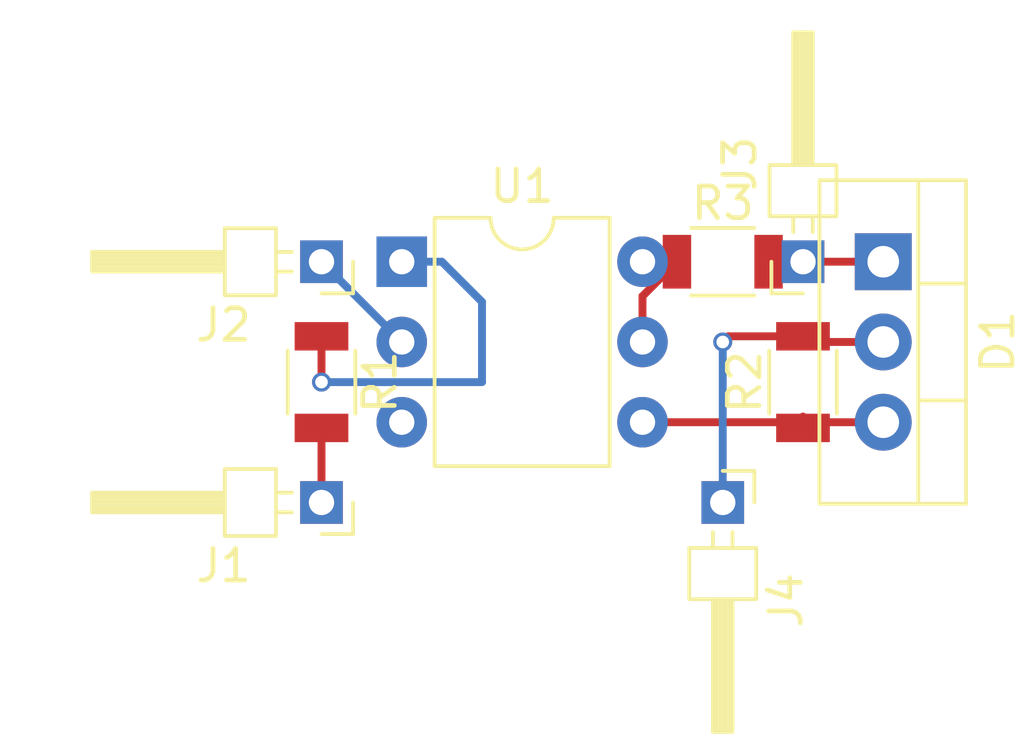
<source format=kicad_pcb>
(kicad_pcb (version 4) (host pcbnew 4.0.7)

  (general
    (links 10)
    (no_connects 1)
    (area 150.424287 115.264999 188.665715 138.735001)
    (thickness 1.6)
    (drawings 8)
    (tracks 24)
    (zones 0)
    (modules 9)
    (nets 10)
  )

  (page A4)
  (layers
    (0 F.Cu signal)
    (31 B.Cu signal)
    (32 B.Adhes user)
    (33 F.Adhes user)
    (34 B.Paste user)
    (35 F.Paste user)
    (36 B.SilkS user)
    (37 F.SilkS user)
    (38 B.Mask user)
    (39 F.Mask user)
    (40 Dwgs.User user)
    (41 Cmts.User user)
    (42 Eco1.User user)
    (43 Eco2.User user)
    (44 Edge.Cuts user)
    (45 Margin user)
    (46 B.CrtYd user)
    (47 F.CrtYd user)
    (48 B.Fab user)
    (49 F.Fab user)
  )

  (setup
    (last_trace_width 0.25)
    (trace_clearance 0.2)
    (zone_clearance 0.508)
    (zone_45_only no)
    (trace_min 0.2)
    (segment_width 0.2)
    (edge_width 0.15)
    (via_size 0.6)
    (via_drill 0.4)
    (via_min_size 0.4)
    (via_min_drill 0.3)
    (uvia_size 0.3)
    (uvia_drill 0.1)
    (uvias_allowed no)
    (uvia_min_size 0.2)
    (uvia_min_drill 0.1)
    (pcb_text_width 0.3)
    (pcb_text_size 1.5 1.5)
    (mod_edge_width 0.15)
    (mod_text_size 1 1)
    (mod_text_width 0.15)
    (pad_size 1.524 1.524)
    (pad_drill 0.762)
    (pad_to_mask_clearance 0.2)
    (aux_axis_origin 0 0)
    (visible_elements 7FFFFFFF)
    (pcbplotparams
      (layerselection 0x00030_80000001)
      (usegerberextensions false)
      (excludeedgelayer true)
      (linewidth 0.100000)
      (plotframeref false)
      (viasonmask false)
      (mode 1)
      (useauxorigin false)
      (hpglpennumber 1)
      (hpglpenspeed 20)
      (hpglpendiameter 15)
      (hpglpenoverlay 2)
      (psnegative false)
      (psa4output false)
      (plotreference true)
      (plotvalue true)
      (plotinvisibletext false)
      (padsonsilk false)
      (subtractmaskfromsilk false)
      (outputformat 1)
      (mirror false)
      (drillshape 1)
      (scaleselection 1)
      (outputdirectory ""))
  )

  (net 0 "")
  (net 1 LINE)
  (net 2 "Net-(D1-Pad3)")
  (net 3 "Net-(R1-Pad1)")
  (net 4 "Net-(R3-Pad1)")
  (net 5 "Net-(U1-Pad5)")
  (net 6 "Net-(U1-Pad3)")
  (net 7 "Net-(J1-Pad1)")
  (net 8 "Net-(J2-Pad1)")
  (net 9 "Net-(D1-Pad1)")

  (net_class Default "This is the default net class."
    (clearance 0.2)
    (trace_width 0.25)
    (via_dia 0.6)
    (via_drill 0.4)
    (uvia_dia 0.3)
    (uvia_drill 0.1)
    (add_net LINE)
    (add_net "Net-(D1-Pad1)")
    (add_net "Net-(D1-Pad3)")
    (add_net "Net-(J1-Pad1)")
    (add_net "Net-(J2-Pad1)")
    (add_net "Net-(R1-Pad1)")
    (add_net "Net-(R3-Pad1)")
    (add_net "Net-(U1-Pad3)")
    (add_net "Net-(U1-Pad5)")
  )

  (module Pin_Headers:Pin_Header_Angled_1x01_Pitch2.00mm (layer F.Cu) (tedit 59650533) (tstamp 5A986640)
    (at 173.99 130.81 270)
    (descr "Through hole angled pin header, 1x01, 2.00mm pitch, 4.2mm pin length, single row")
    (tags "Through hole angled pin header THT 1x01 2.00mm single row")
    (path /5A9868D3)
    (fp_text reference J4 (at 3.1 -2 270) (layer F.SilkS)
      (effects (font (size 1 1) (thickness 0.15)))
    )
    (fp_text value Conn_01x01 (at 3.1 2 270) (layer F.Fab)
      (effects (font (size 1 1) (thickness 0.15)))
    )
    (fp_line (start 1.875 -1) (end 3 -1) (layer F.Fab) (width 0.1))
    (fp_line (start 3 -1) (end 3 1) (layer F.Fab) (width 0.1))
    (fp_line (start 3 1) (end 1.5 1) (layer F.Fab) (width 0.1))
    (fp_line (start 1.5 1) (end 1.5 -0.625) (layer F.Fab) (width 0.1))
    (fp_line (start 1.5 -0.625) (end 1.875 -1) (layer F.Fab) (width 0.1))
    (fp_line (start -0.25 -0.25) (end 1.5 -0.25) (layer F.Fab) (width 0.1))
    (fp_line (start -0.25 -0.25) (end -0.25 0.25) (layer F.Fab) (width 0.1))
    (fp_line (start -0.25 0.25) (end 1.5 0.25) (layer F.Fab) (width 0.1))
    (fp_line (start 3 -0.25) (end 7.2 -0.25) (layer F.Fab) (width 0.1))
    (fp_line (start 7.2 -0.25) (end 7.2 0.25) (layer F.Fab) (width 0.1))
    (fp_line (start 3 0.25) (end 7.2 0.25) (layer F.Fab) (width 0.1))
    (fp_line (start 1.44 -1.06) (end 1.44 1.06) (layer F.SilkS) (width 0.12))
    (fp_line (start 1.44 1.06) (end 3.06 1.06) (layer F.SilkS) (width 0.12))
    (fp_line (start 3.06 1.06) (end 3.06 -1.06) (layer F.SilkS) (width 0.12))
    (fp_line (start 3.06 -1.06) (end 1.44 -1.06) (layer F.SilkS) (width 0.12))
    (fp_line (start 3.06 -0.31) (end 7.26 -0.31) (layer F.SilkS) (width 0.12))
    (fp_line (start 7.26 -0.31) (end 7.26 0.31) (layer F.SilkS) (width 0.12))
    (fp_line (start 7.26 0.31) (end 3.06 0.31) (layer F.SilkS) (width 0.12))
    (fp_line (start 3.06 -0.25) (end 7.26 -0.25) (layer F.SilkS) (width 0.12))
    (fp_line (start 3.06 -0.13) (end 7.26 -0.13) (layer F.SilkS) (width 0.12))
    (fp_line (start 3.06 -0.01) (end 7.26 -0.01) (layer F.SilkS) (width 0.12))
    (fp_line (start 3.06 0.11) (end 7.26 0.11) (layer F.SilkS) (width 0.12))
    (fp_line (start 3.06 0.23) (end 7.26 0.23) (layer F.SilkS) (width 0.12))
    (fp_line (start 0.935 -0.31) (end 1.44 -0.31) (layer F.SilkS) (width 0.12))
    (fp_line (start 0.935 0.31) (end 1.44 0.31) (layer F.SilkS) (width 0.12))
    (fp_line (start -1 0) (end -1 -1) (layer F.SilkS) (width 0.12))
    (fp_line (start -1 -1) (end 0 -1) (layer F.SilkS) (width 0.12))
    (fp_line (start -1.5 -1.5) (end -1.5 1.5) (layer F.CrtYd) (width 0.05))
    (fp_line (start -1.5 1.5) (end 7.7 1.5) (layer F.CrtYd) (width 0.05))
    (fp_line (start 7.7 1.5) (end 7.7 -1.5) (layer F.CrtYd) (width 0.05))
    (fp_line (start 7.7 -1.5) (end -1.5 -1.5) (layer F.CrtYd) (width 0.05))
    (fp_text user %R (at 2.25 0 360) (layer F.Fab)
      (effects (font (size 0.9 0.9) (thickness 0.135)))
    )
    (pad 1 thru_hole rect (at 0 0 270) (size 1.35 1.35) (drill 0.8) (layers *.Cu *.Mask)
      (net 1 LINE))
    (model ${KISYS3DMOD}/Pin_Headers.3dshapes/Pin_Header_Angled_1x01_Pitch2.00mm.wrl
      (at (xyz 0 0 0))
      (scale (xyz 1 1 1))
      (rotate (xyz 0 0 0))
    )
  )

  (module Housings_DIP:DIP-6_W7.62mm (layer F.Cu) (tedit 58CC8E33) (tstamp 5A99AD37)
    (at 163.83 123.19)
    (descr "6-lead dip package, row spacing 7.62 mm (300 mils)")
    (tags "DIL DIP PDIP 2.54mm 7.62mm 300mil")
    (path /5A984D38)
    (fp_text reference U1 (at 3.81 -2.39) (layer F.SilkS)
      (effects (font (size 1 1) (thickness 0.15)))
    )
    (fp_text value MOC3063M (at 3.81 7.47) (layer F.Fab)
      (effects (font (size 1 1) (thickness 0.15)))
    )
    (fp_text user %R (at 3.81 2.54) (layer F.Fab)
      (effects (font (size 1 1) (thickness 0.15)))
    )
    (fp_line (start 1.635 -1.27) (end 6.985 -1.27) (layer F.Fab) (width 0.1))
    (fp_line (start 6.985 -1.27) (end 6.985 6.35) (layer F.Fab) (width 0.1))
    (fp_line (start 6.985 6.35) (end 0.635 6.35) (layer F.Fab) (width 0.1))
    (fp_line (start 0.635 6.35) (end 0.635 -0.27) (layer F.Fab) (width 0.1))
    (fp_line (start 0.635 -0.27) (end 1.635 -1.27) (layer F.Fab) (width 0.1))
    (fp_line (start 2.81 -1.39) (end 1.04 -1.39) (layer F.SilkS) (width 0.12))
    (fp_line (start 1.04 -1.39) (end 1.04 6.47) (layer F.SilkS) (width 0.12))
    (fp_line (start 1.04 6.47) (end 6.58 6.47) (layer F.SilkS) (width 0.12))
    (fp_line (start 6.58 6.47) (end 6.58 -1.39) (layer F.SilkS) (width 0.12))
    (fp_line (start 6.58 -1.39) (end 4.81 -1.39) (layer F.SilkS) (width 0.12))
    (fp_line (start -1.1 -1.6) (end -1.1 6.6) (layer F.CrtYd) (width 0.05))
    (fp_line (start -1.1 6.6) (end 8.7 6.6) (layer F.CrtYd) (width 0.05))
    (fp_line (start 8.7 6.6) (end 8.7 -1.6) (layer F.CrtYd) (width 0.05))
    (fp_line (start 8.7 -1.6) (end -1.1 -1.6) (layer F.CrtYd) (width 0.05))
    (fp_arc (start 3.81 -1.39) (end 2.81 -1.39) (angle -180) (layer F.SilkS) (width 0.12))
    (pad 1 thru_hole rect (at 0 0) (size 1.6 1.6) (drill 0.8) (layers *.Cu *.Mask)
      (net 3 "Net-(R1-Pad1)"))
    (pad 4 thru_hole oval (at 7.62 5.08) (size 1.6 1.6) (drill 0.8) (layers *.Cu *.Mask)
      (net 2 "Net-(D1-Pad3)"))
    (pad 2 thru_hole oval (at 0 2.54) (size 1.6 1.6) (drill 0.8) (layers *.Cu *.Mask)
      (net 8 "Net-(J2-Pad1)"))
    (pad 5 thru_hole oval (at 7.62 2.54) (size 1.6 1.6) (drill 0.8) (layers *.Cu *.Mask)
      (net 5 "Net-(U1-Pad5)"))
    (pad 3 thru_hole oval (at 0 5.08) (size 1.6 1.6) (drill 0.8) (layers *.Cu *.Mask)
      (net 6 "Net-(U1-Pad3)"))
    (pad 6 thru_hole oval (at 7.62 0) (size 1.6 1.6) (drill 0.8) (layers *.Cu *.Mask)
      (net 4 "Net-(R3-Pad1)"))
    (model ${KISYS3DMOD}/Housings_DIP.3dshapes/DIP-6_W7.62mm.wrl
      (at (xyz 0 0 0))
      (scale (xyz 1 1 1))
      (rotate (xyz 0 0 0))
    )
  )

  (module Resistors_SMD:R_1206 (layer F.Cu) (tedit 5A99AD6C) (tstamp 5A9852A3)
    (at 161.29 127 270)
    (descr "Resistor SMD 1206, reflow soldering, Vishay (see dcrcw.pdf)")
    (tags "resistor 1206")
    (path /5A984F57)
    (attr smd)
    (fp_text reference R1 (at 0 -1.85 270) (layer F.SilkS)
      (effects (font (size 1 1) (thickness 0.15)))
    )
    (fp_text value R (at 0 1.95 270) (layer F.Fab)
      (effects (font (size 1 1) (thickness 0.15)))
    )
    (fp_text user %R (at 0 0 270) (layer F.Fab)
      (effects (font (size 0.7 0.7) (thickness 0.105)))
    )
    (fp_line (start -1.6 0.8) (end -1.6 -0.8) (layer F.Fab) (width 0.1))
    (fp_line (start 1.6 0.8) (end -1.6 0.8) (layer F.Fab) (width 0.1))
    (fp_line (start 1.6 -0.8) (end 1.6 0.8) (layer F.Fab) (width 0.1))
    (fp_line (start -1.6 -0.8) (end 1.6 -0.8) (layer F.Fab) (width 0.1))
    (fp_line (start 1 1.07) (end -1 1.07) (layer F.SilkS) (width 0.12))
    (fp_line (start -1 -1.07) (end 1 -1.07) (layer F.SilkS) (width 0.12))
    (fp_line (start -2.15 -1.11) (end 2.15 -1.11) (layer F.CrtYd) (width 0.05))
    (fp_line (start -2.15 -1.11) (end -2.15 1.1) (layer F.CrtYd) (width 0.05))
    (fp_line (start 2.15 1.1) (end 2.15 -1.11) (layer F.CrtYd) (width 0.05))
    (fp_line (start 2.15 1.1) (end -2.15 1.1) (layer F.CrtYd) (width 0.05))
    (pad 1 smd rect (at -1.45 0 270) (size 0.9 1.7) (layers F.Cu F.Paste F.Mask)
      (net 3 "Net-(R1-Pad1)"))
    (pad 2 smd rect (at 1.45 0 270) (size 0.9 1.7) (layers F.Cu F.Paste F.Mask)
      (net 7 "Net-(J1-Pad1)"))
    (model ${KISYS3DMOD}/Resistors_SMD.3dshapes/R_1206.wrl
      (at (xyz 0 0 0))
      (scale (xyz 1 1 1))
      (rotate (xyz 0 0 0))
    )
  )

  (module Resistors_SMD:R_1206 (layer F.Cu) (tedit 58E0A804) (tstamp 5A9852A9)
    (at 176.53 127 90)
    (descr "Resistor SMD 1206, reflow soldering, Vishay (see dcrcw.pdf)")
    (tags "resistor 1206")
    (path /5A984E43)
    (attr smd)
    (fp_text reference R2 (at 0 -1.85 90) (layer F.SilkS)
      (effects (font (size 1 1) (thickness 0.15)))
    )
    (fp_text value 4k7 (at 0 1.95 90) (layer F.Fab)
      (effects (font (size 1 1) (thickness 0.15)))
    )
    (fp_text user %R (at 0 0 90) (layer F.Fab)
      (effects (font (size 0.7 0.7) (thickness 0.105)))
    )
    (fp_line (start -1.6 0.8) (end -1.6 -0.8) (layer F.Fab) (width 0.1))
    (fp_line (start 1.6 0.8) (end -1.6 0.8) (layer F.Fab) (width 0.1))
    (fp_line (start 1.6 -0.8) (end 1.6 0.8) (layer F.Fab) (width 0.1))
    (fp_line (start -1.6 -0.8) (end 1.6 -0.8) (layer F.Fab) (width 0.1))
    (fp_line (start 1 1.07) (end -1 1.07) (layer F.SilkS) (width 0.12))
    (fp_line (start -1 -1.07) (end 1 -1.07) (layer F.SilkS) (width 0.12))
    (fp_line (start -2.15 -1.11) (end 2.15 -1.11) (layer F.CrtYd) (width 0.05))
    (fp_line (start -2.15 -1.11) (end -2.15 1.1) (layer F.CrtYd) (width 0.05))
    (fp_line (start 2.15 1.1) (end 2.15 -1.11) (layer F.CrtYd) (width 0.05))
    (fp_line (start 2.15 1.1) (end -2.15 1.1) (layer F.CrtYd) (width 0.05))
    (pad 1 smd rect (at -1.45 0 90) (size 0.9 1.7) (layers F.Cu F.Paste F.Mask)
      (net 2 "Net-(D1-Pad3)"))
    (pad 2 smd rect (at 1.45 0 90) (size 0.9 1.7) (layers F.Cu F.Paste F.Mask)
      (net 1 LINE))
    (model ${KISYS3DMOD}/Resistors_SMD.3dshapes/R_1206.wrl
      (at (xyz 0 0 0))
      (scale (xyz 1 1 1))
      (rotate (xyz 0 0 0))
    )
  )

  (module Resistors_SMD:R_1206 (layer F.Cu) (tedit 58E0A804) (tstamp 5A9852AF)
    (at 173.99 123.19)
    (descr "Resistor SMD 1206, reflow soldering, Vishay (see dcrcw.pdf)")
    (tags "resistor 1206")
    (path /5A984EE6)
    (attr smd)
    (fp_text reference R3 (at 0 -1.85) (layer F.SilkS)
      (effects (font (size 1 1) (thickness 0.15)))
    )
    (fp_text value 470R (at 0 1.95) (layer F.Fab)
      (effects (font (size 1 1) (thickness 0.15)))
    )
    (fp_text user %R (at 0 0) (layer F.Fab)
      (effects (font (size 0.7 0.7) (thickness 0.105)))
    )
    (fp_line (start -1.6 0.8) (end -1.6 -0.8) (layer F.Fab) (width 0.1))
    (fp_line (start 1.6 0.8) (end -1.6 0.8) (layer F.Fab) (width 0.1))
    (fp_line (start 1.6 -0.8) (end 1.6 0.8) (layer F.Fab) (width 0.1))
    (fp_line (start -1.6 -0.8) (end 1.6 -0.8) (layer F.Fab) (width 0.1))
    (fp_line (start 1 1.07) (end -1 1.07) (layer F.SilkS) (width 0.12))
    (fp_line (start -1 -1.07) (end 1 -1.07) (layer F.SilkS) (width 0.12))
    (fp_line (start -2.15 -1.11) (end 2.15 -1.11) (layer F.CrtYd) (width 0.05))
    (fp_line (start -2.15 -1.11) (end -2.15 1.1) (layer F.CrtYd) (width 0.05))
    (fp_line (start 2.15 1.1) (end 2.15 -1.11) (layer F.CrtYd) (width 0.05))
    (fp_line (start 2.15 1.1) (end -2.15 1.1) (layer F.CrtYd) (width 0.05))
    (pad 1 smd rect (at -1.45 0) (size 0.9 1.7) (layers F.Cu F.Paste F.Mask)
      (net 4 "Net-(R3-Pad1)"))
    (pad 2 smd rect (at 1.45 0) (size 0.9 1.7) (layers F.Cu F.Paste F.Mask)
      (net 9 "Net-(D1-Pad1)"))
    (model ${KISYS3DMOD}/Resistors_SMD.3dshapes/R_1206.wrl
      (at (xyz 0 0 0))
      (scale (xyz 1 1 1))
      (rotate (xyz 0 0 0))
    )
  )

  (module Pin_Headers:Pin_Header_Angled_1x01_Pitch2.00mm (layer F.Cu) (tedit 59650533) (tstamp 5A986631)
    (at 161.29 130.81 180)
    (descr "Through hole angled pin header, 1x01, 2.00mm pitch, 4.2mm pin length, single row")
    (tags "Through hole angled pin header THT 1x01 2.00mm single row")
    (path /5A986677)
    (fp_text reference J1 (at 3.1 -2 180) (layer F.SilkS)
      (effects (font (size 1 1) (thickness 0.15)))
    )
    (fp_text value Conn_01x01 (at 3.1 2 180) (layer F.Fab)
      (effects (font (size 1 1) (thickness 0.15)))
    )
    (fp_line (start 1.875 -1) (end 3 -1) (layer F.Fab) (width 0.1))
    (fp_line (start 3 -1) (end 3 1) (layer F.Fab) (width 0.1))
    (fp_line (start 3 1) (end 1.5 1) (layer F.Fab) (width 0.1))
    (fp_line (start 1.5 1) (end 1.5 -0.625) (layer F.Fab) (width 0.1))
    (fp_line (start 1.5 -0.625) (end 1.875 -1) (layer F.Fab) (width 0.1))
    (fp_line (start -0.25 -0.25) (end 1.5 -0.25) (layer F.Fab) (width 0.1))
    (fp_line (start -0.25 -0.25) (end -0.25 0.25) (layer F.Fab) (width 0.1))
    (fp_line (start -0.25 0.25) (end 1.5 0.25) (layer F.Fab) (width 0.1))
    (fp_line (start 3 -0.25) (end 7.2 -0.25) (layer F.Fab) (width 0.1))
    (fp_line (start 7.2 -0.25) (end 7.2 0.25) (layer F.Fab) (width 0.1))
    (fp_line (start 3 0.25) (end 7.2 0.25) (layer F.Fab) (width 0.1))
    (fp_line (start 1.44 -1.06) (end 1.44 1.06) (layer F.SilkS) (width 0.12))
    (fp_line (start 1.44 1.06) (end 3.06 1.06) (layer F.SilkS) (width 0.12))
    (fp_line (start 3.06 1.06) (end 3.06 -1.06) (layer F.SilkS) (width 0.12))
    (fp_line (start 3.06 -1.06) (end 1.44 -1.06) (layer F.SilkS) (width 0.12))
    (fp_line (start 3.06 -0.31) (end 7.26 -0.31) (layer F.SilkS) (width 0.12))
    (fp_line (start 7.26 -0.31) (end 7.26 0.31) (layer F.SilkS) (width 0.12))
    (fp_line (start 7.26 0.31) (end 3.06 0.31) (layer F.SilkS) (width 0.12))
    (fp_line (start 3.06 -0.25) (end 7.26 -0.25) (layer F.SilkS) (width 0.12))
    (fp_line (start 3.06 -0.13) (end 7.26 -0.13) (layer F.SilkS) (width 0.12))
    (fp_line (start 3.06 -0.01) (end 7.26 -0.01) (layer F.SilkS) (width 0.12))
    (fp_line (start 3.06 0.11) (end 7.26 0.11) (layer F.SilkS) (width 0.12))
    (fp_line (start 3.06 0.23) (end 7.26 0.23) (layer F.SilkS) (width 0.12))
    (fp_line (start 0.935 -0.31) (end 1.44 -0.31) (layer F.SilkS) (width 0.12))
    (fp_line (start 0.935 0.31) (end 1.44 0.31) (layer F.SilkS) (width 0.12))
    (fp_line (start -1 0) (end -1 -1) (layer F.SilkS) (width 0.12))
    (fp_line (start -1 -1) (end 0 -1) (layer F.SilkS) (width 0.12))
    (fp_line (start -1.5 -1.5) (end -1.5 1.5) (layer F.CrtYd) (width 0.05))
    (fp_line (start -1.5 1.5) (end 7.7 1.5) (layer F.CrtYd) (width 0.05))
    (fp_line (start 7.7 1.5) (end 7.7 -1.5) (layer F.CrtYd) (width 0.05))
    (fp_line (start 7.7 -1.5) (end -1.5 -1.5) (layer F.CrtYd) (width 0.05))
    (fp_text user %R (at 2.25 0 270) (layer F.Fab)
      (effects (font (size 0.9 0.9) (thickness 0.135)))
    )
    (pad 1 thru_hole rect (at 0 0 180) (size 1.35 1.35) (drill 0.8) (layers *.Cu *.Mask)
      (net 7 "Net-(J1-Pad1)"))
    (model ${KISYS3DMOD}/Pin_Headers.3dshapes/Pin_Header_Angled_1x01_Pitch2.00mm.wrl
      (at (xyz 0 0 0))
      (scale (xyz 1 1 1))
      (rotate (xyz 0 0 0))
    )
  )

  (module Pin_Headers:Pin_Header_Angled_1x01_Pitch2.00mm (layer F.Cu) (tedit 59650533) (tstamp 5A986636)
    (at 161.29 123.19 180)
    (descr "Through hole angled pin header, 1x01, 2.00mm pitch, 4.2mm pin length, single row")
    (tags "Through hole angled pin header THT 1x01 2.00mm single row")
    (path /5A986724)
    (fp_text reference J2 (at 3.1 -2 180) (layer F.SilkS)
      (effects (font (size 1 1) (thickness 0.15)))
    )
    (fp_text value Conn_01x01 (at 3.1 2 180) (layer F.Fab)
      (effects (font (size 1 1) (thickness 0.15)))
    )
    (fp_line (start 1.875 -1) (end 3 -1) (layer F.Fab) (width 0.1))
    (fp_line (start 3 -1) (end 3 1) (layer F.Fab) (width 0.1))
    (fp_line (start 3 1) (end 1.5 1) (layer F.Fab) (width 0.1))
    (fp_line (start 1.5 1) (end 1.5 -0.625) (layer F.Fab) (width 0.1))
    (fp_line (start 1.5 -0.625) (end 1.875 -1) (layer F.Fab) (width 0.1))
    (fp_line (start -0.25 -0.25) (end 1.5 -0.25) (layer F.Fab) (width 0.1))
    (fp_line (start -0.25 -0.25) (end -0.25 0.25) (layer F.Fab) (width 0.1))
    (fp_line (start -0.25 0.25) (end 1.5 0.25) (layer F.Fab) (width 0.1))
    (fp_line (start 3 -0.25) (end 7.2 -0.25) (layer F.Fab) (width 0.1))
    (fp_line (start 7.2 -0.25) (end 7.2 0.25) (layer F.Fab) (width 0.1))
    (fp_line (start 3 0.25) (end 7.2 0.25) (layer F.Fab) (width 0.1))
    (fp_line (start 1.44 -1.06) (end 1.44 1.06) (layer F.SilkS) (width 0.12))
    (fp_line (start 1.44 1.06) (end 3.06 1.06) (layer F.SilkS) (width 0.12))
    (fp_line (start 3.06 1.06) (end 3.06 -1.06) (layer F.SilkS) (width 0.12))
    (fp_line (start 3.06 -1.06) (end 1.44 -1.06) (layer F.SilkS) (width 0.12))
    (fp_line (start 3.06 -0.31) (end 7.26 -0.31) (layer F.SilkS) (width 0.12))
    (fp_line (start 7.26 -0.31) (end 7.26 0.31) (layer F.SilkS) (width 0.12))
    (fp_line (start 7.26 0.31) (end 3.06 0.31) (layer F.SilkS) (width 0.12))
    (fp_line (start 3.06 -0.25) (end 7.26 -0.25) (layer F.SilkS) (width 0.12))
    (fp_line (start 3.06 -0.13) (end 7.26 -0.13) (layer F.SilkS) (width 0.12))
    (fp_line (start 3.06 -0.01) (end 7.26 -0.01) (layer F.SilkS) (width 0.12))
    (fp_line (start 3.06 0.11) (end 7.26 0.11) (layer F.SilkS) (width 0.12))
    (fp_line (start 3.06 0.23) (end 7.26 0.23) (layer F.SilkS) (width 0.12))
    (fp_line (start 0.935 -0.31) (end 1.44 -0.31) (layer F.SilkS) (width 0.12))
    (fp_line (start 0.935 0.31) (end 1.44 0.31) (layer F.SilkS) (width 0.12))
    (fp_line (start -1 0) (end -1 -1) (layer F.SilkS) (width 0.12))
    (fp_line (start -1 -1) (end 0 -1) (layer F.SilkS) (width 0.12))
    (fp_line (start -1.5 -1.5) (end -1.5 1.5) (layer F.CrtYd) (width 0.05))
    (fp_line (start -1.5 1.5) (end 7.7 1.5) (layer F.CrtYd) (width 0.05))
    (fp_line (start 7.7 1.5) (end 7.7 -1.5) (layer F.CrtYd) (width 0.05))
    (fp_line (start 7.7 -1.5) (end -1.5 -1.5) (layer F.CrtYd) (width 0.05))
    (fp_text user %R (at 2.25 0 270) (layer F.Fab)
      (effects (font (size 0.9 0.9) (thickness 0.135)))
    )
    (pad 1 thru_hole rect (at 0 0 180) (size 1.35 1.35) (drill 0.8) (layers *.Cu *.Mask)
      (net 8 "Net-(J2-Pad1)"))
    (model ${KISYS3DMOD}/Pin_Headers.3dshapes/Pin_Header_Angled_1x01_Pitch2.00mm.wrl
      (at (xyz 0 0 0))
      (scale (xyz 1 1 1))
      (rotate (xyz 0 0 0))
    )
  )

  (module Pin_Headers:Pin_Header_Angled_1x01_Pitch2.00mm (layer F.Cu) (tedit 59650533) (tstamp 5A98663B)
    (at 176.53 123.19 90)
    (descr "Through hole angled pin header, 1x01, 2.00mm pitch, 4.2mm pin length, single row")
    (tags "Through hole angled pin header THT 1x01 2.00mm single row")
    (path /5A9867CE)
    (fp_text reference J3 (at 3.1 -2 90) (layer F.SilkS)
      (effects (font (size 1 1) (thickness 0.15)))
    )
    (fp_text value Conn_01x01 (at 3.1 2 90) (layer F.Fab)
      (effects (font (size 1 1) (thickness 0.15)))
    )
    (fp_line (start 1.875 -1) (end 3 -1) (layer F.Fab) (width 0.1))
    (fp_line (start 3 -1) (end 3 1) (layer F.Fab) (width 0.1))
    (fp_line (start 3 1) (end 1.5 1) (layer F.Fab) (width 0.1))
    (fp_line (start 1.5 1) (end 1.5 -0.625) (layer F.Fab) (width 0.1))
    (fp_line (start 1.5 -0.625) (end 1.875 -1) (layer F.Fab) (width 0.1))
    (fp_line (start -0.25 -0.25) (end 1.5 -0.25) (layer F.Fab) (width 0.1))
    (fp_line (start -0.25 -0.25) (end -0.25 0.25) (layer F.Fab) (width 0.1))
    (fp_line (start -0.25 0.25) (end 1.5 0.25) (layer F.Fab) (width 0.1))
    (fp_line (start 3 -0.25) (end 7.2 -0.25) (layer F.Fab) (width 0.1))
    (fp_line (start 7.2 -0.25) (end 7.2 0.25) (layer F.Fab) (width 0.1))
    (fp_line (start 3 0.25) (end 7.2 0.25) (layer F.Fab) (width 0.1))
    (fp_line (start 1.44 -1.06) (end 1.44 1.06) (layer F.SilkS) (width 0.12))
    (fp_line (start 1.44 1.06) (end 3.06 1.06) (layer F.SilkS) (width 0.12))
    (fp_line (start 3.06 1.06) (end 3.06 -1.06) (layer F.SilkS) (width 0.12))
    (fp_line (start 3.06 -1.06) (end 1.44 -1.06) (layer F.SilkS) (width 0.12))
    (fp_line (start 3.06 -0.31) (end 7.26 -0.31) (layer F.SilkS) (width 0.12))
    (fp_line (start 7.26 -0.31) (end 7.26 0.31) (layer F.SilkS) (width 0.12))
    (fp_line (start 7.26 0.31) (end 3.06 0.31) (layer F.SilkS) (width 0.12))
    (fp_line (start 3.06 -0.25) (end 7.26 -0.25) (layer F.SilkS) (width 0.12))
    (fp_line (start 3.06 -0.13) (end 7.26 -0.13) (layer F.SilkS) (width 0.12))
    (fp_line (start 3.06 -0.01) (end 7.26 -0.01) (layer F.SilkS) (width 0.12))
    (fp_line (start 3.06 0.11) (end 7.26 0.11) (layer F.SilkS) (width 0.12))
    (fp_line (start 3.06 0.23) (end 7.26 0.23) (layer F.SilkS) (width 0.12))
    (fp_line (start 0.935 -0.31) (end 1.44 -0.31) (layer F.SilkS) (width 0.12))
    (fp_line (start 0.935 0.31) (end 1.44 0.31) (layer F.SilkS) (width 0.12))
    (fp_line (start -1 0) (end -1 -1) (layer F.SilkS) (width 0.12))
    (fp_line (start -1 -1) (end 0 -1) (layer F.SilkS) (width 0.12))
    (fp_line (start -1.5 -1.5) (end -1.5 1.5) (layer F.CrtYd) (width 0.05))
    (fp_line (start -1.5 1.5) (end 7.7 1.5) (layer F.CrtYd) (width 0.05))
    (fp_line (start 7.7 1.5) (end 7.7 -1.5) (layer F.CrtYd) (width 0.05))
    (fp_line (start 7.7 -1.5) (end -1.5 -1.5) (layer F.CrtYd) (width 0.05))
    (fp_text user %R (at 2.25 0 180) (layer F.Fab)
      (effects (font (size 0.9 0.9) (thickness 0.135)))
    )
    (pad 1 thru_hole rect (at 0 0 90) (size 1.35 1.35) (drill 0.8) (layers *.Cu *.Mask)
      (net 9 "Net-(D1-Pad1)"))
    (model ${KISYS3DMOD}/Pin_Headers.3dshapes/Pin_Header_Angled_1x01_Pitch2.00mm.wrl
      (at (xyz 0 0 0))
      (scale (xyz 1 1 1))
      (rotate (xyz 0 0 0))
    )
  )

  (module TO_SOT_Packages_THT:TO-220_Vertical (layer F.Cu) (tedit 58CE52AD) (tstamp 5A99B649)
    (at 179.07 123.19 270)
    (descr "TO-220, Vertical, RM 2.54mm")
    (tags "TO-220 Vertical RM 2.54mm")
    (path /5A984CC9)
    (fp_text reference D1 (at 2.54 -3.62 270) (layer F.SilkS)
      (effects (font (size 1 1) (thickness 0.15)))
    )
    (fp_text value Q_TRIAC_AAG (at 2.54 3.92 270) (layer F.Fab)
      (effects (font (size 1 1) (thickness 0.15)))
    )
    (fp_text user %R (at 2.54 -3.62 270) (layer F.Fab)
      (effects (font (size 1 1) (thickness 0.15)))
    )
    (fp_line (start -2.46 -2.5) (end -2.46 1.9) (layer F.Fab) (width 0.1))
    (fp_line (start -2.46 1.9) (end 7.54 1.9) (layer F.Fab) (width 0.1))
    (fp_line (start 7.54 1.9) (end 7.54 -2.5) (layer F.Fab) (width 0.1))
    (fp_line (start 7.54 -2.5) (end -2.46 -2.5) (layer F.Fab) (width 0.1))
    (fp_line (start -2.46 -1.23) (end 7.54 -1.23) (layer F.Fab) (width 0.1))
    (fp_line (start 0.69 -2.5) (end 0.69 -1.23) (layer F.Fab) (width 0.1))
    (fp_line (start 4.39 -2.5) (end 4.39 -1.23) (layer F.Fab) (width 0.1))
    (fp_line (start -2.58 -2.62) (end 7.66 -2.62) (layer F.SilkS) (width 0.12))
    (fp_line (start -2.58 2.021) (end 7.66 2.021) (layer F.SilkS) (width 0.12))
    (fp_line (start -2.58 -2.62) (end -2.58 2.021) (layer F.SilkS) (width 0.12))
    (fp_line (start 7.66 -2.62) (end 7.66 2.021) (layer F.SilkS) (width 0.12))
    (fp_line (start -2.58 -1.11) (end 7.66 -1.11) (layer F.SilkS) (width 0.12))
    (fp_line (start 0.69 -2.62) (end 0.69 -1.11) (layer F.SilkS) (width 0.12))
    (fp_line (start 4.391 -2.62) (end 4.391 -1.11) (layer F.SilkS) (width 0.12))
    (fp_line (start -2.71 -2.75) (end -2.71 2.16) (layer F.CrtYd) (width 0.05))
    (fp_line (start -2.71 2.16) (end 7.79 2.16) (layer F.CrtYd) (width 0.05))
    (fp_line (start 7.79 2.16) (end 7.79 -2.75) (layer F.CrtYd) (width 0.05))
    (fp_line (start 7.79 -2.75) (end -2.71 -2.75) (layer F.CrtYd) (width 0.05))
    (pad 1 thru_hole rect (at 0 0 270) (size 1.8 1.8) (drill 1) (layers *.Cu *.Mask)
      (net 9 "Net-(D1-Pad1)"))
    (pad 2 thru_hole oval (at 2.54 0 270) (size 1.8 1.8) (drill 1) (layers *.Cu *.Mask)
      (net 1 LINE))
    (pad 3 thru_hole oval (at 5.08 0 270) (size 1.8 1.8) (drill 1) (layers *.Cu *.Mask)
      (net 2 "Net-(D1-Pad3)"))
    (model ${KISYS3DMOD}/TO_SOT_Packages_THT.3dshapes/TO-220_Vertical.wrl
      (at (xyz 0.1 0 0))
      (scale (xyz 0.393701 0.393701 0.393701))
      (rotate (xyz 0 0 0))
    )
  )

  (gr_line (start 176.53 130.81) (end 176.53 123.19) (angle 90) (layer Dwgs.User) (width 0.2))
  (gr_circle (center 176.53 130.81) (end 175.26 130.81) (layer Dwgs.User) (width 0.2))
  (dimension 2.54 (width 0.3) (layer Dwgs.User)
    (gr_text "2.540 mm" (at 182.88 116.84) (layer Dwgs.User)
      (effects (font (size 1.5 1.5) (thickness 0.3)))
    )
    (feature1 (pts (xy 176.53 123.19) (xy 176.53 115.41)))
    (feature2 (pts (xy 173.99 123.19) (xy 173.99 115.41)))
    (crossbar (pts (xy 173.99 118.11) (xy 176.53 118.11)))
    (arrow1a (pts (xy 176.53 118.11) (xy 175.403496 118.696421)))
    (arrow1b (pts (xy 176.53 118.11) (xy 175.403496 117.523579)))
    (arrow2a (pts (xy 173.99 118.11) (xy 175.116504 118.696421)))
    (arrow2b (pts (xy 173.99 118.11) (xy 175.116504 117.523579)))
  )
  (gr_circle (center 161.29 130.81) (end 161.29 129.54) (layer Dwgs.User) (width 0.2))
  (dimension 7.62 (width 0.3) (layer Dwgs.User)
    (gr_text "7.620 mm" (at 156.21 127 270) (layer Dwgs.User)
      (effects (font (size 1.5 1.5) (thickness 0.3)))
    )
    (feature1 (pts (xy 161.29 130.81) (xy 156.05 130.81)))
    (feature2 (pts (xy 161.29 123.19) (xy 156.05 123.19)))
    (crossbar (pts (xy 158.75 123.19) (xy 158.75 130.81)))
    (arrow1a (pts (xy 158.75 130.81) (xy 158.163579 129.683496)))
    (arrow1b (pts (xy 158.75 130.81) (xy 159.336421 129.683496)))
    (arrow2a (pts (xy 158.75 123.19) (xy 158.163579 124.316504)))
    (arrow2b (pts (xy 158.75 123.19) (xy 159.336421 124.316504)))
  )
  (gr_circle (center 173.99 123.19) (end 172.72 123.19) (layer Dwgs.User) (width 0.2))
  (dimension 12.7 (width 0.3) (layer Dwgs.User)
    (gr_text "12.700 mm" (at 167.64 116.76) (layer Dwgs.User)
      (effects (font (size 1.5 1.5) (thickness 0.3)))
    )
    (feature1 (pts (xy 173.99 123.19) (xy 173.99 115.41)))
    (feature2 (pts (xy 161.29 123.19) (xy 161.29 115.41)))
    (crossbar (pts (xy 161.29 118.11) (xy 173.99 118.11)))
    (arrow1a (pts (xy 173.99 118.11) (xy 172.863496 118.696421)))
    (arrow1b (pts (xy 173.99 118.11) (xy 172.863496 117.523579)))
    (arrow2a (pts (xy 161.29 118.11) (xy 162.416504 118.696421)))
    (arrow2b (pts (xy 161.29 118.11) (xy 162.416504 117.523579)))
  )
  (gr_circle (center 161.29 123.19) (end 160.02 123.19) (layer Dwgs.User) (width 0.2))

  (segment (start 176.53 125.55) (end 174.17 125.55) (width 0.25) (layer F.Cu) (net 1))
  (segment (start 173.99 125.73) (end 173.99 130.81) (width 0.25) (layer B.Cu) (net 1) (tstamp 5AA8C768))
  (via (at 173.99 125.73) (size 0.6) (drill 0.4) (layers F.Cu B.Cu) (net 1))
  (segment (start 174.17 125.55) (end 173.99 125.73) (width 0.25) (layer F.Cu) (net 1) (tstamp 5AA8C757))
  (segment (start 179.07 125.73) (end 176.71 125.73) (width 0.25) (layer F.Cu) (net 1))
  (segment (start 176.71 125.73) (end 176.53 125.55) (width 0.25) (layer F.Cu) (net 1) (tstamp 5AA8C6E1))
  (segment (start 171.45 128.27) (end 176.35 128.27) (width 0.25) (layer F.Cu) (net 2))
  (segment (start 176.35 128.27) (end 176.53 128.45) (width 0.25) (layer F.Cu) (net 2) (tstamp 5AA8C712))
  (segment (start 179.07 128.27) (end 176.71 128.27) (width 0.25) (layer F.Cu) (net 2))
  (segment (start 176.71 128.27) (end 176.53 128.45) (width 0.25) (layer F.Cu) (net 2) (tstamp 5AA8C6DE))
  (segment (start 176.71 128.27) (end 176.53 128.09) (width 0.25) (layer F.Cu) (net 2) (tstamp 5AA8C64D))
  (segment (start 161.29 125.55) (end 161.29 127) (width 0.25) (layer F.Cu) (net 3) (status 400000))
  (segment (start 165.1 123.19) (end 163.83 123.19) (width 0.25) (layer B.Cu) (net 3) (tstamp 5AA8C884) (status 800000))
  (segment (start 166.37 124.46) (end 165.1 123.19) (width 0.25) (layer B.Cu) (net 3) (tstamp 5AA8C881))
  (segment (start 166.37 127) (end 166.37 124.46) (width 0.25) (layer B.Cu) (net 3) (tstamp 5AA8C87B))
  (segment (start 161.29 127) (end 166.37 127) (width 0.25) (layer B.Cu) (net 3) (tstamp 5AA8C87A))
  (via (at 161.29 127) (size 0.6) (drill 0.4) (layers F.Cu B.Cu) (net 3))
  (segment (start 171.45 124.28) (end 172.54 123.19) (width 0.25) (layer F.Cu) (net 4) (tstamp 5AA8C6C4))
  (segment (start 171.45 125.73) (end 171.45 124.28) (width 0.25) (layer F.Cu) (net 5))
  (segment (start 161.29 130.81) (end 161.29 128.45) (width 0.25) (layer F.Cu) (net 7) (status C00000))
  (segment (start 161.47 128.27) (end 161.29 128.45) (width 0.25) (layer F.Cu) (net 7) (tstamp 5A9ED852))
  (segment (start 163.83 125.73) (end 161.29 123.19) (width 0.25) (layer B.Cu) (net 8) (status C00000))
  (segment (start 179.07 123.19) (end 176.53 123.19) (width 0.25) (layer F.Cu) (net 9))
  (segment (start 176.53 123.19) (end 175.44 123.19) (width 0.25) (layer F.Cu) (net 9) (tstamp 5AA8C6C1))

)

</source>
